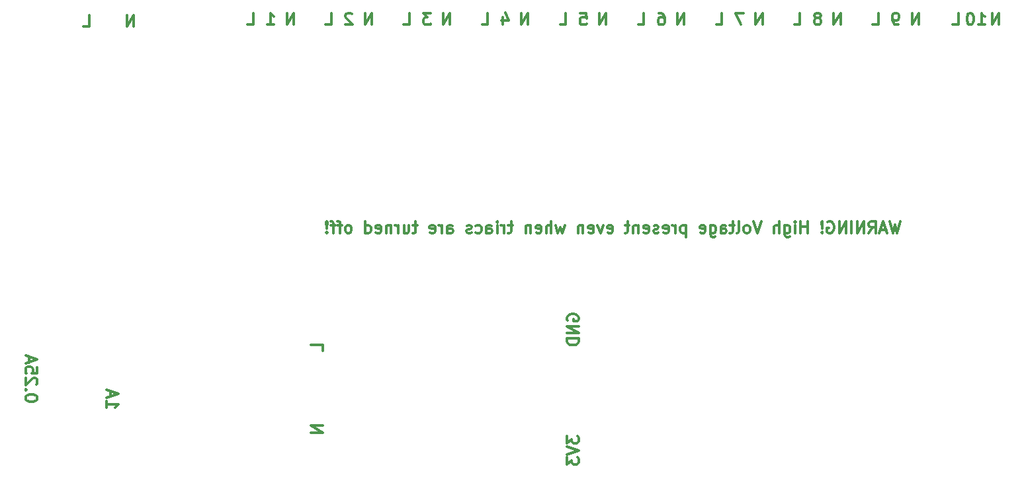
<source format=gbr>
G04 #@! TF.GenerationSoftware,KiCad,Pcbnew,(5.1.8)-1*
G04 #@! TF.CreationDate,2021-12-10T10:53:11+02:00*
G04 #@! TF.ProjectId,controller,636f6e74-726f-46c6-9c65-722e6b696361,rev?*
G04 #@! TF.SameCoordinates,Original*
G04 #@! TF.FileFunction,Legend,Bot*
G04 #@! TF.FilePolarity,Positive*
%FSLAX46Y46*%
G04 Gerber Fmt 4.6, Leading zero omitted, Abs format (unit mm)*
G04 Created by KiCad (PCBNEW (5.1.8)-1) date 2021-12-10 10:53:11*
%MOMM*%
%LPD*%
G01*
G04 APERTURE LIST*
%ADD10C,0.300000*%
G04 APERTURE END LIST*
D10*
X155050000Y-59378571D02*
X154692857Y-60878571D01*
X154407142Y-59807142D01*
X154121428Y-60878571D01*
X153764285Y-59378571D01*
X153264285Y-60450000D02*
X152550000Y-60450000D01*
X153407142Y-60878571D02*
X152907142Y-59378571D01*
X152407142Y-60878571D01*
X151050000Y-60878571D02*
X151550000Y-60164285D01*
X151907142Y-60878571D02*
X151907142Y-59378571D01*
X151335714Y-59378571D01*
X151192857Y-59450000D01*
X151121428Y-59521428D01*
X151050000Y-59664285D01*
X151050000Y-59878571D01*
X151121428Y-60021428D01*
X151192857Y-60092857D01*
X151335714Y-60164285D01*
X151907142Y-60164285D01*
X150407142Y-60878571D02*
X150407142Y-59378571D01*
X149550000Y-60878571D01*
X149550000Y-59378571D01*
X148835714Y-60878571D02*
X148835714Y-59378571D01*
X148121428Y-60878571D02*
X148121428Y-59378571D01*
X147264285Y-60878571D01*
X147264285Y-59378571D01*
X145764285Y-59450000D02*
X145907142Y-59378571D01*
X146121428Y-59378571D01*
X146335714Y-59450000D01*
X146478571Y-59592857D01*
X146550000Y-59735714D01*
X146621428Y-60021428D01*
X146621428Y-60235714D01*
X146550000Y-60521428D01*
X146478571Y-60664285D01*
X146335714Y-60807142D01*
X146121428Y-60878571D01*
X145978571Y-60878571D01*
X145764285Y-60807142D01*
X145692857Y-60735714D01*
X145692857Y-60235714D01*
X145978571Y-60235714D01*
X145050000Y-60735714D02*
X144978571Y-60807142D01*
X145050000Y-60878571D01*
X145121428Y-60807142D01*
X145050000Y-60735714D01*
X145050000Y-60878571D01*
X145050000Y-60307142D02*
X145121428Y-59450000D01*
X145050000Y-59378571D01*
X144978571Y-59450000D01*
X145050000Y-60307142D01*
X145050000Y-59378571D01*
X143192857Y-60878571D02*
X143192857Y-59378571D01*
X143192857Y-60092857D02*
X142335714Y-60092857D01*
X142335714Y-60878571D02*
X142335714Y-59378571D01*
X141621428Y-60878571D02*
X141621428Y-59878571D01*
X141621428Y-59378571D02*
X141692857Y-59450000D01*
X141621428Y-59521428D01*
X141550000Y-59450000D01*
X141621428Y-59378571D01*
X141621428Y-59521428D01*
X140264285Y-59878571D02*
X140264285Y-61092857D01*
X140335714Y-61235714D01*
X140407142Y-61307142D01*
X140549999Y-61378571D01*
X140764285Y-61378571D01*
X140907142Y-61307142D01*
X140264285Y-60807142D02*
X140407142Y-60878571D01*
X140692857Y-60878571D01*
X140835714Y-60807142D01*
X140907142Y-60735714D01*
X140978571Y-60592857D01*
X140978571Y-60164285D01*
X140907142Y-60021428D01*
X140835714Y-59950000D01*
X140692857Y-59878571D01*
X140407142Y-59878571D01*
X140264285Y-59950000D01*
X139549999Y-60878571D02*
X139549999Y-59378571D01*
X138907142Y-60878571D02*
X138907142Y-60092857D01*
X138978571Y-59950000D01*
X139121428Y-59878571D01*
X139335714Y-59878571D01*
X139478571Y-59950000D01*
X139549999Y-60021428D01*
X137264285Y-59378571D02*
X136764285Y-60878571D01*
X136264285Y-59378571D01*
X135549999Y-60878571D02*
X135692857Y-60807142D01*
X135764285Y-60735714D01*
X135835714Y-60592857D01*
X135835714Y-60164285D01*
X135764285Y-60021428D01*
X135692857Y-59950000D01*
X135549999Y-59878571D01*
X135335714Y-59878571D01*
X135192857Y-59950000D01*
X135121428Y-60021428D01*
X135049999Y-60164285D01*
X135049999Y-60592857D01*
X135121428Y-60735714D01*
X135192857Y-60807142D01*
X135335714Y-60878571D01*
X135549999Y-60878571D01*
X134192857Y-60878571D02*
X134335714Y-60807142D01*
X134407142Y-60664285D01*
X134407142Y-59378571D01*
X133835714Y-59878571D02*
X133264285Y-59878571D01*
X133621428Y-59378571D02*
X133621428Y-60664285D01*
X133549999Y-60807142D01*
X133407142Y-60878571D01*
X133264285Y-60878571D01*
X132121428Y-60878571D02*
X132121428Y-60092857D01*
X132192857Y-59950000D01*
X132335714Y-59878571D01*
X132621428Y-59878571D01*
X132764285Y-59950000D01*
X132121428Y-60807142D02*
X132264285Y-60878571D01*
X132621428Y-60878571D01*
X132764285Y-60807142D01*
X132835714Y-60664285D01*
X132835714Y-60521428D01*
X132764285Y-60378571D01*
X132621428Y-60307142D01*
X132264285Y-60307142D01*
X132121428Y-60235714D01*
X130764285Y-59878571D02*
X130764285Y-61092857D01*
X130835714Y-61235714D01*
X130907142Y-61307142D01*
X131049999Y-61378571D01*
X131264285Y-61378571D01*
X131407142Y-61307142D01*
X130764285Y-60807142D02*
X130907142Y-60878571D01*
X131192857Y-60878571D01*
X131335714Y-60807142D01*
X131407142Y-60735714D01*
X131478571Y-60592857D01*
X131478571Y-60164285D01*
X131407142Y-60021428D01*
X131335714Y-59950000D01*
X131192857Y-59878571D01*
X130907142Y-59878571D01*
X130764285Y-59950000D01*
X129478571Y-60807142D02*
X129621428Y-60878571D01*
X129907142Y-60878571D01*
X130049999Y-60807142D01*
X130121428Y-60664285D01*
X130121428Y-60092857D01*
X130049999Y-59950000D01*
X129907142Y-59878571D01*
X129621428Y-59878571D01*
X129478571Y-59950000D01*
X129407142Y-60092857D01*
X129407142Y-60235714D01*
X130121428Y-60378571D01*
X127621428Y-59878571D02*
X127621428Y-61378571D01*
X127621428Y-59950000D02*
X127478571Y-59878571D01*
X127192857Y-59878571D01*
X127049999Y-59950000D01*
X126978571Y-60021428D01*
X126907142Y-60164285D01*
X126907142Y-60592857D01*
X126978571Y-60735714D01*
X127049999Y-60807142D01*
X127192857Y-60878571D01*
X127478571Y-60878571D01*
X127621428Y-60807142D01*
X126264285Y-60878571D02*
X126264285Y-59878571D01*
X126264285Y-60164285D02*
X126192857Y-60021428D01*
X126121428Y-59950000D01*
X125978571Y-59878571D01*
X125835714Y-59878571D01*
X124764285Y-60807142D02*
X124907142Y-60878571D01*
X125192857Y-60878571D01*
X125335714Y-60807142D01*
X125407142Y-60664285D01*
X125407142Y-60092857D01*
X125335714Y-59950000D01*
X125192857Y-59878571D01*
X124907142Y-59878571D01*
X124764285Y-59950000D01*
X124692857Y-60092857D01*
X124692857Y-60235714D01*
X125407142Y-60378571D01*
X124121428Y-60807142D02*
X123978571Y-60878571D01*
X123692857Y-60878571D01*
X123549999Y-60807142D01*
X123478571Y-60664285D01*
X123478571Y-60592857D01*
X123549999Y-60450000D01*
X123692857Y-60378571D01*
X123907142Y-60378571D01*
X124049999Y-60307142D01*
X124121428Y-60164285D01*
X124121428Y-60092857D01*
X124049999Y-59950000D01*
X123907142Y-59878571D01*
X123692857Y-59878571D01*
X123549999Y-59950000D01*
X122264285Y-60807142D02*
X122407142Y-60878571D01*
X122692857Y-60878571D01*
X122835714Y-60807142D01*
X122907142Y-60664285D01*
X122907142Y-60092857D01*
X122835714Y-59950000D01*
X122692857Y-59878571D01*
X122407142Y-59878571D01*
X122264285Y-59950000D01*
X122192857Y-60092857D01*
X122192857Y-60235714D01*
X122907142Y-60378571D01*
X121549999Y-59878571D02*
X121549999Y-60878571D01*
X121549999Y-60021428D02*
X121478571Y-59950000D01*
X121335714Y-59878571D01*
X121121428Y-59878571D01*
X120978571Y-59950000D01*
X120907142Y-60092857D01*
X120907142Y-60878571D01*
X120407142Y-59878571D02*
X119835714Y-59878571D01*
X120192857Y-59378571D02*
X120192857Y-60664285D01*
X120121428Y-60807142D01*
X119978571Y-60878571D01*
X119835714Y-60878571D01*
X117621428Y-60807142D02*
X117764285Y-60878571D01*
X118049999Y-60878571D01*
X118192857Y-60807142D01*
X118264285Y-60664285D01*
X118264285Y-60092857D01*
X118192857Y-59950000D01*
X118049999Y-59878571D01*
X117764285Y-59878571D01*
X117621428Y-59950000D01*
X117549999Y-60092857D01*
X117549999Y-60235714D01*
X118264285Y-60378571D01*
X117049999Y-59878571D02*
X116692857Y-60878571D01*
X116335714Y-59878571D01*
X115192857Y-60807142D02*
X115335714Y-60878571D01*
X115621428Y-60878571D01*
X115764285Y-60807142D01*
X115835714Y-60664285D01*
X115835714Y-60092857D01*
X115764285Y-59950000D01*
X115621428Y-59878571D01*
X115335714Y-59878571D01*
X115192857Y-59950000D01*
X115121428Y-60092857D01*
X115121428Y-60235714D01*
X115835714Y-60378571D01*
X114478571Y-59878571D02*
X114478571Y-60878571D01*
X114478571Y-60021428D02*
X114407142Y-59950000D01*
X114264285Y-59878571D01*
X114049999Y-59878571D01*
X113907142Y-59950000D01*
X113835714Y-60092857D01*
X113835714Y-60878571D01*
X112121428Y-59878571D02*
X111835714Y-60878571D01*
X111549999Y-60164285D01*
X111264285Y-60878571D01*
X110978571Y-59878571D01*
X110407142Y-60878571D02*
X110407142Y-59378571D01*
X109764285Y-60878571D02*
X109764285Y-60092857D01*
X109835714Y-59950000D01*
X109978571Y-59878571D01*
X110192857Y-59878571D01*
X110335714Y-59950000D01*
X110407142Y-60021428D01*
X108478571Y-60807142D02*
X108621428Y-60878571D01*
X108907142Y-60878571D01*
X109049999Y-60807142D01*
X109121428Y-60664285D01*
X109121428Y-60092857D01*
X109049999Y-59950000D01*
X108907142Y-59878571D01*
X108621428Y-59878571D01*
X108478571Y-59950000D01*
X108407142Y-60092857D01*
X108407142Y-60235714D01*
X109121428Y-60378571D01*
X107764285Y-59878571D02*
X107764285Y-60878571D01*
X107764285Y-60021428D02*
X107692857Y-59950000D01*
X107549999Y-59878571D01*
X107335714Y-59878571D01*
X107192857Y-59950000D01*
X107121428Y-60092857D01*
X107121428Y-60878571D01*
X105478571Y-59878571D02*
X104907142Y-59878571D01*
X105264285Y-59378571D02*
X105264285Y-60664285D01*
X105192857Y-60807142D01*
X105049999Y-60878571D01*
X104907142Y-60878571D01*
X104407142Y-60878571D02*
X104407142Y-59878571D01*
X104407142Y-60164285D02*
X104335714Y-60021428D01*
X104264285Y-59950000D01*
X104121428Y-59878571D01*
X103978571Y-59878571D01*
X103478571Y-60878571D02*
X103478571Y-59878571D01*
X103478571Y-59378571D02*
X103549999Y-59450000D01*
X103478571Y-59521428D01*
X103407142Y-59450000D01*
X103478571Y-59378571D01*
X103478571Y-59521428D01*
X102121428Y-60878571D02*
X102121428Y-60092857D01*
X102192857Y-59950000D01*
X102335714Y-59878571D01*
X102621428Y-59878571D01*
X102764285Y-59950000D01*
X102121428Y-60807142D02*
X102264285Y-60878571D01*
X102621428Y-60878571D01*
X102764285Y-60807142D01*
X102835714Y-60664285D01*
X102835714Y-60521428D01*
X102764285Y-60378571D01*
X102621428Y-60307142D01*
X102264285Y-60307142D01*
X102121428Y-60235714D01*
X100764285Y-60807142D02*
X100907142Y-60878571D01*
X101192857Y-60878571D01*
X101335714Y-60807142D01*
X101407142Y-60735714D01*
X101478571Y-60592857D01*
X101478571Y-60164285D01*
X101407142Y-60021428D01*
X101335714Y-59950000D01*
X101192857Y-59878571D01*
X100907142Y-59878571D01*
X100764285Y-59950000D01*
X100192857Y-60807142D02*
X100049999Y-60878571D01*
X99764285Y-60878571D01*
X99621428Y-60807142D01*
X99549999Y-60664285D01*
X99549999Y-60592857D01*
X99621428Y-60450000D01*
X99764285Y-60378571D01*
X99978571Y-60378571D01*
X100121428Y-60307142D01*
X100192857Y-60164285D01*
X100192857Y-60092857D01*
X100121428Y-59950000D01*
X99978571Y-59878571D01*
X99764285Y-59878571D01*
X99621428Y-59950000D01*
X97121428Y-60878571D02*
X97121428Y-60092857D01*
X97192857Y-59950000D01*
X97335714Y-59878571D01*
X97621428Y-59878571D01*
X97764285Y-59950000D01*
X97121428Y-60807142D02*
X97264285Y-60878571D01*
X97621428Y-60878571D01*
X97764285Y-60807142D01*
X97835714Y-60664285D01*
X97835714Y-60521428D01*
X97764285Y-60378571D01*
X97621428Y-60307142D01*
X97264285Y-60307142D01*
X97121428Y-60235714D01*
X96407142Y-60878571D02*
X96407142Y-59878571D01*
X96407142Y-60164285D02*
X96335714Y-60021428D01*
X96264285Y-59950000D01*
X96121428Y-59878571D01*
X95978571Y-59878571D01*
X94907142Y-60807142D02*
X95049999Y-60878571D01*
X95335714Y-60878571D01*
X95478571Y-60807142D01*
X95549999Y-60664285D01*
X95549999Y-60092857D01*
X95478571Y-59950000D01*
X95335714Y-59878571D01*
X95049999Y-59878571D01*
X94907142Y-59950000D01*
X94835714Y-60092857D01*
X94835714Y-60235714D01*
X95549999Y-60378571D01*
X93264285Y-59878571D02*
X92692857Y-59878571D01*
X93049999Y-59378571D02*
X93049999Y-60664285D01*
X92978571Y-60807142D01*
X92835714Y-60878571D01*
X92692857Y-60878571D01*
X91549999Y-59878571D02*
X91549999Y-60878571D01*
X92192857Y-59878571D02*
X92192857Y-60664285D01*
X92121428Y-60807142D01*
X91978571Y-60878571D01*
X91764285Y-60878571D01*
X91621428Y-60807142D01*
X91549999Y-60735714D01*
X90835714Y-60878571D02*
X90835714Y-59878571D01*
X90835714Y-60164285D02*
X90764285Y-60021428D01*
X90692857Y-59950000D01*
X90549999Y-59878571D01*
X90407142Y-59878571D01*
X89907142Y-59878571D02*
X89907142Y-60878571D01*
X89907142Y-60021428D02*
X89835714Y-59950000D01*
X89692857Y-59878571D01*
X89478571Y-59878571D01*
X89335714Y-59950000D01*
X89264285Y-60092857D01*
X89264285Y-60878571D01*
X87978571Y-60807142D02*
X88121428Y-60878571D01*
X88407142Y-60878571D01*
X88549999Y-60807142D01*
X88621428Y-60664285D01*
X88621428Y-60092857D01*
X88549999Y-59950000D01*
X88407142Y-59878571D01*
X88121428Y-59878571D01*
X87978571Y-59950000D01*
X87907142Y-60092857D01*
X87907142Y-60235714D01*
X88621428Y-60378571D01*
X86621428Y-60878571D02*
X86621428Y-59378571D01*
X86621428Y-60807142D02*
X86764285Y-60878571D01*
X87049999Y-60878571D01*
X87192857Y-60807142D01*
X87264285Y-60735714D01*
X87335714Y-60592857D01*
X87335714Y-60164285D01*
X87264285Y-60021428D01*
X87192857Y-59950000D01*
X87049999Y-59878571D01*
X86764285Y-59878571D01*
X86621428Y-59950000D01*
X84549999Y-60878571D02*
X84692857Y-60807142D01*
X84764285Y-60735714D01*
X84835714Y-60592857D01*
X84835714Y-60164285D01*
X84764285Y-60021428D01*
X84692857Y-59950000D01*
X84549999Y-59878571D01*
X84335714Y-59878571D01*
X84192857Y-59950000D01*
X84121428Y-60021428D01*
X84049999Y-60164285D01*
X84049999Y-60592857D01*
X84121428Y-60735714D01*
X84192857Y-60807142D01*
X84335714Y-60878571D01*
X84549999Y-60878571D01*
X83621428Y-59878571D02*
X83049999Y-59878571D01*
X83407142Y-60878571D02*
X83407142Y-59592857D01*
X83335714Y-59450000D01*
X83192857Y-59378571D01*
X83049999Y-59378571D01*
X82764285Y-59878571D02*
X82192857Y-59878571D01*
X82549999Y-60878571D02*
X82549999Y-59592857D01*
X82478571Y-59450000D01*
X82335714Y-59378571D01*
X82192857Y-59378571D01*
X81692857Y-60735714D02*
X81621428Y-60807142D01*
X81692857Y-60878571D01*
X81764285Y-60807142D01*
X81692857Y-60735714D01*
X81692857Y-60878571D01*
X81692857Y-60307142D02*
X81764285Y-59450000D01*
X81692857Y-59378571D01*
X81621428Y-59450000D01*
X81692857Y-60307142D01*
X81692857Y-59378571D01*
X112428571Y-86892857D02*
X112428571Y-87821428D01*
X113000000Y-87321428D01*
X113000000Y-87535714D01*
X113071428Y-87678571D01*
X113142857Y-87750000D01*
X113285714Y-87821428D01*
X113642857Y-87821428D01*
X113785714Y-87750000D01*
X113857142Y-87678571D01*
X113928571Y-87535714D01*
X113928571Y-87107142D01*
X113857142Y-86964285D01*
X113785714Y-86892857D01*
X112428571Y-88250000D02*
X113928571Y-88750000D01*
X112428571Y-89250000D01*
X112428571Y-89607142D02*
X112428571Y-90535714D01*
X113000000Y-90035714D01*
X113000000Y-90250000D01*
X113071428Y-90392857D01*
X113142857Y-90464285D01*
X113285714Y-90535714D01*
X113642857Y-90535714D01*
X113785714Y-90464285D01*
X113857142Y-90392857D01*
X113928571Y-90250000D01*
X113928571Y-89821428D01*
X113857142Y-89678571D01*
X113785714Y-89607142D01*
X112500000Y-72107142D02*
X112428571Y-71964285D01*
X112428571Y-71750000D01*
X112500000Y-71535714D01*
X112642857Y-71392857D01*
X112785714Y-71321428D01*
X113071428Y-71250000D01*
X113285714Y-71250000D01*
X113571428Y-71321428D01*
X113714285Y-71392857D01*
X113857142Y-71535714D01*
X113928571Y-71750000D01*
X113928571Y-71892857D01*
X113857142Y-72107142D01*
X113785714Y-72178571D01*
X113285714Y-72178571D01*
X113285714Y-71892857D01*
X113928571Y-72821428D02*
X112428571Y-72821428D01*
X113928571Y-73678571D01*
X112428571Y-73678571D01*
X113928571Y-74392857D02*
X112428571Y-74392857D01*
X112428571Y-74750000D01*
X112500000Y-74964285D01*
X112642857Y-75107142D01*
X112785714Y-75178571D01*
X113071428Y-75250000D01*
X113285714Y-75250000D01*
X113571428Y-75178571D01*
X113714285Y-75107142D01*
X113857142Y-74964285D01*
X113928571Y-74750000D01*
X113928571Y-74392857D01*
X53521428Y-82414285D02*
X53521428Y-83271428D01*
X53521428Y-82842857D02*
X55021428Y-82842857D01*
X54807142Y-82985714D01*
X54664285Y-83128571D01*
X54592857Y-83271428D01*
X53950000Y-81842857D02*
X53950000Y-81128571D01*
X53521428Y-81985714D02*
X55021428Y-81485714D01*
X53521428Y-80985714D01*
X44621428Y-82100000D02*
X44621428Y-81957142D01*
X44550000Y-81814285D01*
X44478571Y-81742857D01*
X44335714Y-81671428D01*
X44050000Y-81600000D01*
X43692857Y-81600000D01*
X43407142Y-81671428D01*
X43264285Y-81742857D01*
X43192857Y-81814285D01*
X43121428Y-81957142D01*
X43121428Y-82100000D01*
X43192857Y-82242857D01*
X43264285Y-82314285D01*
X43407142Y-82385714D01*
X43692857Y-82457142D01*
X44050000Y-82457142D01*
X44335714Y-82385714D01*
X44478571Y-82314285D01*
X44550000Y-82242857D01*
X44621428Y-82100000D01*
X43264285Y-80957142D02*
X43192857Y-80885714D01*
X43121428Y-80957142D01*
X43192857Y-81028571D01*
X43264285Y-80957142D01*
X43121428Y-80957142D01*
X44478571Y-80314285D02*
X44550000Y-80242857D01*
X44621428Y-80100000D01*
X44621428Y-79742857D01*
X44550000Y-79600000D01*
X44478571Y-79528571D01*
X44335714Y-79457142D01*
X44192857Y-79457142D01*
X43978571Y-79528571D01*
X43121428Y-80385714D01*
X43121428Y-79457142D01*
X44621428Y-78100000D02*
X44621428Y-78814285D01*
X43907142Y-78885714D01*
X43978571Y-78814285D01*
X44050000Y-78671428D01*
X44050000Y-78314285D01*
X43978571Y-78171428D01*
X43907142Y-78100000D01*
X43764285Y-78028571D01*
X43407142Y-78028571D01*
X43264285Y-78100000D01*
X43192857Y-78171428D01*
X43121428Y-78314285D01*
X43121428Y-78671428D01*
X43192857Y-78814285D01*
X43264285Y-78885714D01*
X43550000Y-77457142D02*
X43550000Y-76742857D01*
X43121428Y-77600000D02*
X44621428Y-77100000D01*
X43121428Y-76600000D01*
X81178571Y-75964285D02*
X81178571Y-75250000D01*
X79678571Y-75250000D01*
X81178571Y-85571428D02*
X79678571Y-85571428D01*
X81178571Y-86428571D01*
X79678571Y-86428571D01*
X104214285Y-33178571D02*
X104214285Y-34178571D01*
X104571428Y-32607142D02*
X104928571Y-33678571D01*
X104000000Y-33678571D01*
X84928571Y-32821428D02*
X84857142Y-32750000D01*
X84714285Y-32678571D01*
X84357142Y-32678571D01*
X84214285Y-32750000D01*
X84142857Y-32821428D01*
X84071428Y-32964285D01*
X84071428Y-33107142D01*
X84142857Y-33321428D01*
X85000000Y-34178571D01*
X84071428Y-34178571D01*
X144642857Y-33321428D02*
X144785714Y-33250000D01*
X144857142Y-33178571D01*
X144928571Y-33035714D01*
X144928571Y-32964285D01*
X144857142Y-32821428D01*
X144785714Y-32750000D01*
X144642857Y-32678571D01*
X144357142Y-32678571D01*
X144214285Y-32750000D01*
X144142857Y-32821428D01*
X144071428Y-32964285D01*
X144071428Y-33035714D01*
X144142857Y-33178571D01*
X144214285Y-33250000D01*
X144357142Y-33321428D01*
X144642857Y-33321428D01*
X144785714Y-33392857D01*
X144857142Y-33464285D01*
X144928571Y-33607142D01*
X144928571Y-33892857D01*
X144857142Y-34035714D01*
X144785714Y-34107142D01*
X144642857Y-34178571D01*
X144357142Y-34178571D01*
X144214285Y-34107142D01*
X144142857Y-34035714D01*
X144071428Y-33892857D01*
X144071428Y-33607142D01*
X144142857Y-33464285D01*
X144214285Y-33392857D01*
X144357142Y-33321428D01*
X165035714Y-34178571D02*
X165892857Y-34178571D01*
X165464285Y-34178571D02*
X165464285Y-32678571D01*
X165607142Y-32892857D01*
X165750000Y-33035714D01*
X165892857Y-33107142D01*
X164107142Y-32678571D02*
X163964285Y-32678571D01*
X163821428Y-32750000D01*
X163750000Y-32821428D01*
X163678571Y-32964285D01*
X163607142Y-33250000D01*
X163607142Y-33607142D01*
X163678571Y-33892857D01*
X163750000Y-34035714D01*
X163821428Y-34107142D01*
X163964285Y-34178571D01*
X164107142Y-34178571D01*
X164250000Y-34107142D01*
X164321428Y-34035714D01*
X164392857Y-33892857D01*
X164464285Y-33607142D01*
X164464285Y-33250000D01*
X164392857Y-32964285D01*
X164321428Y-32821428D01*
X164250000Y-32750000D01*
X164107142Y-32678571D01*
X114142857Y-32678571D02*
X114857142Y-32678571D01*
X114928571Y-33392857D01*
X114857142Y-33321428D01*
X114714285Y-33250000D01*
X114357142Y-33250000D01*
X114214285Y-33321428D01*
X114142857Y-33392857D01*
X114071428Y-33535714D01*
X114071428Y-33892857D01*
X114142857Y-34035714D01*
X114214285Y-34107142D01*
X114357142Y-34178571D01*
X114714285Y-34178571D01*
X114857142Y-34107142D01*
X114928571Y-34035714D01*
X74071428Y-34178571D02*
X74928571Y-34178571D01*
X74500000Y-34178571D02*
X74500000Y-32678571D01*
X74642857Y-32892857D01*
X74785714Y-33035714D01*
X74928571Y-33107142D01*
X154785714Y-34178571D02*
X154500000Y-34178571D01*
X154357142Y-34107142D01*
X154285714Y-34035714D01*
X154142857Y-33821428D01*
X154071428Y-33535714D01*
X154071428Y-32964285D01*
X154142857Y-32821428D01*
X154214285Y-32750000D01*
X154357142Y-32678571D01*
X154642857Y-32678571D01*
X154785714Y-32750000D01*
X154857142Y-32821428D01*
X154928571Y-32964285D01*
X154928571Y-33321428D01*
X154857142Y-33464285D01*
X154785714Y-33535714D01*
X154642857Y-33607142D01*
X154357142Y-33607142D01*
X154214285Y-33535714D01*
X154142857Y-33464285D01*
X154071428Y-33321428D01*
X135000000Y-32678571D02*
X134000000Y-32678571D01*
X134642857Y-34178571D01*
X124214285Y-32678571D02*
X124500000Y-32678571D01*
X124642857Y-32750000D01*
X124714285Y-32821428D01*
X124857142Y-33035714D01*
X124928571Y-33321428D01*
X124928571Y-33892857D01*
X124857142Y-34035714D01*
X124785714Y-34107142D01*
X124642857Y-34178571D01*
X124357142Y-34178571D01*
X124214285Y-34107142D01*
X124142857Y-34035714D01*
X124071428Y-33892857D01*
X124071428Y-33535714D01*
X124142857Y-33392857D01*
X124214285Y-33321428D01*
X124357142Y-33250000D01*
X124642857Y-33250000D01*
X124785714Y-33321428D01*
X124857142Y-33392857D01*
X124928571Y-33535714D01*
X95000000Y-32678571D02*
X94071428Y-32678571D01*
X94571428Y-33250000D01*
X94357142Y-33250000D01*
X94214285Y-33321428D01*
X94142857Y-33392857D01*
X94071428Y-33535714D01*
X94071428Y-33892857D01*
X94142857Y-34035714D01*
X94214285Y-34107142D01*
X94357142Y-34178571D01*
X94785714Y-34178571D01*
X94928571Y-34107142D01*
X95000000Y-34035714D01*
X161785714Y-34178571D02*
X162500000Y-34178571D01*
X162500000Y-32678571D01*
X167678571Y-34178571D02*
X167678571Y-32678571D01*
X166821428Y-34178571D01*
X166821428Y-32678571D01*
X151535714Y-34178571D02*
X152250000Y-34178571D01*
X152250000Y-32678571D01*
X157428571Y-34178571D02*
X157428571Y-32678571D01*
X156571428Y-34178571D01*
X156571428Y-32678571D01*
X141535714Y-34178571D02*
X142250000Y-34178571D01*
X142250000Y-32678571D01*
X147428571Y-34178571D02*
X147428571Y-32678571D01*
X146571428Y-34178571D01*
X146571428Y-32678571D01*
X131535714Y-34178571D02*
X132250000Y-34178571D01*
X132250000Y-32678571D01*
X137428571Y-34178571D02*
X137428571Y-32678571D01*
X136571428Y-34178571D01*
X136571428Y-32678571D01*
X121535714Y-34178571D02*
X122250000Y-34178571D01*
X122250000Y-32678571D01*
X127428571Y-34178571D02*
X127428571Y-32678571D01*
X126571428Y-34178571D01*
X126571428Y-32678571D01*
X111535714Y-34178571D02*
X112250000Y-34178571D01*
X112250000Y-32678571D01*
X117428571Y-34178571D02*
X117428571Y-32678571D01*
X116571428Y-34178571D01*
X116571428Y-32678571D01*
X107428571Y-34178571D02*
X107428571Y-32678571D01*
X106571428Y-34178571D01*
X106571428Y-32678571D01*
X101535714Y-34178571D02*
X102250000Y-34178571D01*
X102250000Y-32678571D01*
X91535714Y-34178571D02*
X92250000Y-34178571D01*
X92250000Y-32678571D01*
X97428571Y-34178571D02*
X97428571Y-32678571D01*
X96571428Y-34178571D01*
X96571428Y-32678571D01*
X81535714Y-34178571D02*
X82250000Y-34178571D01*
X82250000Y-32678571D01*
X87428571Y-34178571D02*
X87428571Y-32678571D01*
X86571428Y-34178571D01*
X86571428Y-32678571D01*
X71535714Y-34178571D02*
X72250000Y-34178571D01*
X72250000Y-32678571D01*
X77428571Y-34178571D02*
X77428571Y-32678571D01*
X76571428Y-34178571D01*
X76571428Y-32678571D01*
X50535714Y-34428571D02*
X51250000Y-34428571D01*
X51250000Y-32928571D01*
X56928571Y-34428571D02*
X56928571Y-32928571D01*
X56071428Y-34428571D01*
X56071428Y-32928571D01*
M02*

</source>
